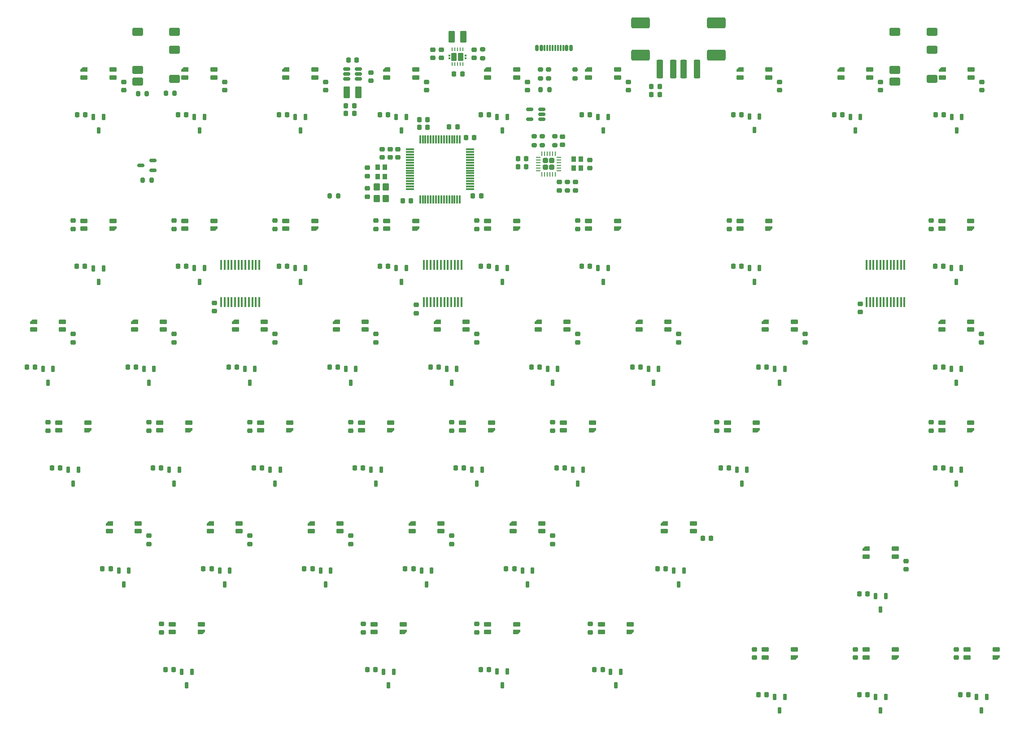
<source format=gbr>
%TF.GenerationSoftware,KiCad,Pcbnew,9.0.4*%
%TF.CreationDate,2025-09-14T11:33:08-05:00*%
%TF.ProjectId,shek-rounded,7368656b-2d72-46f7-956e-6465642e6b69,rev?*%
%TF.SameCoordinates,Original*%
%TF.FileFunction,Paste,Bot*%
%TF.FilePolarity,Positive*%
%FSLAX46Y46*%
G04 Gerber Fmt 4.6, Leading zero omitted, Abs format (unit mm)*
G04 Created by KiCad (PCBNEW 9.0.4) date 2025-09-14 11:33:08*
%MOMM*%
%LPD*%
G01*
G04 APERTURE LIST*
G04 Aperture macros list*
%AMRoundRect*
0 Rectangle with rounded corners*
0 $1 Rounding radius*
0 $2 $3 $4 $5 $6 $7 $8 $9 X,Y pos of 4 corners*
0 Add a 4 corners polygon primitive as box body*
4,1,4,$2,$3,$4,$5,$6,$7,$8,$9,$2,$3,0*
0 Add four circle primitives for the rounded corners*
1,1,$1+$1,$2,$3*
1,1,$1+$1,$4,$5*
1,1,$1+$1,$6,$7*
1,1,$1+$1,$8,$9*
0 Add four rect primitives between the rounded corners*
20,1,$1+$1,$2,$3,$4,$5,0*
20,1,$1+$1,$4,$5,$6,$7,0*
20,1,$1+$1,$6,$7,$8,$9,0*
20,1,$1+$1,$8,$9,$2,$3,0*%
%AMFreePoly0*
4,1,18,-0.410000,0.593000,-0.403758,0.624380,-0.385983,0.650983,-0.359380,0.668758,-0.328000,0.675000,0.328000,0.675000,0.359380,0.668758,0.385983,0.650983,0.403758,0.624380,0.410000,0.593000,0.410000,-0.593000,0.403758,-0.624380,0.385983,-0.650983,0.359380,-0.668758,0.328000,-0.675000,0.000000,-0.675000,-0.410000,-0.265000,-0.410000,0.593000,-0.410000,0.593000,$1*%
G04 Aperture macros list end*
%ADD10RoundRect,0.162500X0.162500X-0.447500X0.162500X0.447500X-0.162500X0.447500X-0.162500X-0.447500X0*%
%ADD11RoundRect,0.150000X-0.512500X-0.150000X0.512500X-0.150000X0.512500X0.150000X-0.512500X0.150000X0*%
%ADD12RoundRect,0.200000X0.275000X-0.200000X0.275000X0.200000X-0.275000X0.200000X-0.275000X-0.200000X0*%
%ADD13RoundRect,0.082000X-0.593000X0.328000X-0.593000X-0.328000X0.593000X-0.328000X0.593000X0.328000X0*%
%ADD14FreePoly0,270.000000*%
%ADD15RoundRect,0.082000X0.593000X-0.328000X0.593000X0.328000X-0.593000X0.328000X-0.593000X-0.328000X0*%
%ADD16FreePoly0,90.000000*%
%ADD17RoundRect,0.225000X0.250000X-0.225000X0.250000X0.225000X-0.250000X0.225000X-0.250000X-0.225000X0*%
%ADD18RoundRect,0.225000X-0.250000X0.225000X-0.250000X-0.225000X0.250000X-0.225000X0.250000X0.225000X0*%
%ADD19RoundRect,0.225000X0.225000X0.250000X-0.225000X0.250000X-0.225000X-0.250000X0.225000X-0.250000X0*%
%ADD20RoundRect,0.025000X-0.145000X0.100000X-0.145000X-0.100000X0.145000X-0.100000X0.145000X0.100000X0*%
%ADD21RoundRect,0.106000X-0.424000X0.644000X-0.424000X-0.644000X0.424000X-0.644000X0.424000X0.644000X0*%
%ADD22RoundRect,0.060000X-0.060000X0.240000X-0.060000X-0.240000X0.060000X-0.240000X0.060000X0.240000X0*%
%ADD23RoundRect,0.250000X-0.375000X-1.500000X0.375000X-1.500000X0.375000X1.500000X-0.375000X1.500000X0*%
%ADD24RoundRect,0.250000X-1.500000X-0.750000X1.500000X-0.750000X1.500000X0.750000X-1.500000X0.750000X0*%
%ADD25RoundRect,0.225000X-0.225000X-0.250000X0.225000X-0.250000X0.225000X0.250000X-0.225000X0.250000X0*%
%ADD26RoundRect,0.200000X-0.275000X0.200000X-0.275000X-0.200000X0.275000X-0.200000X0.275000X0.200000X0*%
%ADD27RoundRect,0.250000X0.255000X-0.255000X0.255000X0.255000X-0.255000X0.255000X-0.255000X-0.255000X0*%
%ADD28RoundRect,0.062500X0.062500X-0.375000X0.062500X0.375000X-0.062500X0.375000X-0.062500X-0.375000X0*%
%ADD29RoundRect,0.062500X0.375000X-0.062500X0.375000X0.062500X-0.375000X0.062500X-0.375000X-0.062500X0*%
%ADD30RoundRect,0.250000X-0.750000X-0.500000X0.750000X-0.500000X0.750000X0.500000X-0.750000X0.500000X0*%
%ADD31RoundRect,0.250000X0.350000X-0.450000X0.350000X0.450000X-0.350000X0.450000X-0.350000X-0.450000X0*%
%ADD32RoundRect,0.200000X-0.200000X-0.275000X0.200000X-0.275000X0.200000X0.275000X-0.200000X0.275000X0*%
%ADD33RoundRect,0.150000X0.512500X0.150000X-0.512500X0.150000X-0.512500X-0.150000X0.512500X-0.150000X0*%
%ADD34RoundRect,0.225000X0.225000X-0.325000X0.225000X0.325000X-0.225000X0.325000X-0.225000X-0.325000X0*%
%ADD35RoundRect,0.250000X-0.375000X-0.850000X0.375000X-0.850000X0.375000X0.850000X-0.375000X0.850000X0*%
%ADD36RoundRect,0.150000X-0.150000X-0.420000X0.150000X-0.420000X0.150000X0.420000X-0.150000X0.420000X0*%
%ADD37RoundRect,0.075000X-0.075000X-0.495000X0.075000X-0.495000X0.075000X0.495000X-0.075000X0.495000X0*%
%ADD38RoundRect,0.225000X-0.225000X0.325000X-0.225000X-0.325000X0.225000X-0.325000X0.225000X0.325000X0*%
%ADD39RoundRect,0.218750X0.256250X-0.218750X0.256250X0.218750X-0.256250X0.218750X-0.256250X-0.218750X0*%
%ADD40RoundRect,0.100000X-0.100000X0.850000X-0.100000X-0.850000X0.100000X-0.850000X0.100000X0.850000X0*%
%ADD41RoundRect,0.075000X-0.700000X-0.075000X0.700000X-0.075000X0.700000X0.075000X-0.700000X0.075000X0*%
%ADD42RoundRect,0.075000X-0.075000X-0.700000X0.075000X-0.700000X0.075000X0.700000X-0.075000X0.700000X0*%
%ADD43RoundRect,0.200000X0.200000X0.275000X-0.200000X0.275000X-0.200000X-0.275000X0.200000X-0.275000X0*%
%ADD44RoundRect,0.250000X0.375000X0.850000X-0.375000X0.850000X-0.375000X-0.850000X0.375000X-0.850000X0*%
G04 APERTURE END LIST*
D10*
%TO.C,U13*%
X375287500Y-70125000D03*
X377187500Y-70125000D03*
X376237500Y-72685000D03*
%TD*%
%TO.C,U10*%
X318137500Y-70125000D03*
X320037500Y-70125000D03*
X319087500Y-72685000D03*
%TD*%
%TO.C,U41*%
X420531250Y-136800000D03*
X422431250Y-136800000D03*
X421481250Y-139360000D03*
%TD*%
%TO.C,U33*%
X427675000Y-117750000D03*
X429575000Y-117750000D03*
X428625000Y-120310000D03*
%TD*%
%TO.C,U34*%
X461012500Y-117750000D03*
X462912500Y-117750000D03*
X461962500Y-120310000D03*
%TD*%
%TO.C,U11*%
X337187500Y-70125000D03*
X339087500Y-70125000D03*
X338137500Y-72685000D03*
%TD*%
%TO.C,U37*%
X332425000Y-136800000D03*
X334325000Y-136800000D03*
X333375000Y-139360000D03*
%TD*%
%TO.C,U53*%
X396718750Y-174950000D03*
X398618750Y-174950000D03*
X397668750Y-177460000D03*
%TD*%
%TO.C,U48*%
X408625000Y-155850000D03*
X410525000Y-155850000D03*
X409575000Y-158410000D03*
%TD*%
%TO.C,U44*%
X322900000Y-155850000D03*
X324800000Y-155850000D03*
X323850000Y-158410000D03*
%TD*%
%TO.C,U28*%
X327662500Y-117750000D03*
X329562500Y-117750000D03*
X328612500Y-120310000D03*
%TD*%
%TO.C,U47*%
X380050000Y-155850000D03*
X381950000Y-155850000D03*
X381000000Y-158410000D03*
%TD*%
%TO.C,U17*%
X461087500Y-70125000D03*
X462987500Y-70125000D03*
X462037500Y-72685000D03*
%TD*%
%TO.C,U42*%
X461012500Y-136800000D03*
X462912500Y-136800000D03*
X461962500Y-139360000D03*
%TD*%
%TO.C,U39*%
X370525000Y-136800000D03*
X372425000Y-136800000D03*
X371475000Y-139360000D03*
%TD*%
%TO.C,U23*%
X394337500Y-98700000D03*
X396237500Y-98700000D03*
X395287500Y-101260000D03*
%TD*%
%TO.C,U45*%
X341950000Y-155850000D03*
X343850000Y-155850000D03*
X342900000Y-158410000D03*
%TD*%
%TO.C,U12*%
X356237500Y-70125000D03*
X358137500Y-70125000D03*
X357187500Y-72685000D03*
%TD*%
%TO.C,U51*%
X353856250Y-174950000D03*
X355756250Y-174950000D03*
X354806250Y-177460000D03*
%TD*%
%TO.C,U15*%
X422912500Y-70062500D03*
X424812500Y-70062500D03*
X423862500Y-72622500D03*
%TD*%
%TO.C,U9*%
X299087500Y-70125000D03*
X300987500Y-70125000D03*
X300037500Y-72685000D03*
%TD*%
%TO.C,U16*%
X441962500Y-70125000D03*
X443862500Y-70125000D03*
X442912500Y-72685000D03*
%TD*%
%TO.C,U54*%
X427675000Y-179662500D03*
X429575000Y-179662500D03*
X428625000Y-182222500D03*
%TD*%
%TO.C,U25*%
X461012500Y-98700000D03*
X462912500Y-98700000D03*
X461962500Y-101260000D03*
%TD*%
%TO.C,U49*%
X446725000Y-160612500D03*
X448625000Y-160612500D03*
X447675000Y-163172500D03*
%TD*%
%TO.C,U32*%
X403862500Y-117750000D03*
X405762500Y-117750000D03*
X404812500Y-120310000D03*
%TD*%
%TO.C,U56*%
X465775000Y-179662500D03*
X467675000Y-179662500D03*
X466725000Y-182222500D03*
%TD*%
%TO.C,U38*%
X351475000Y-136800000D03*
X353375000Y-136800000D03*
X352425000Y-139360000D03*
%TD*%
%TO.C,U14*%
X394337500Y-70125000D03*
X396237500Y-70125000D03*
X395287500Y-72685000D03*
%TD*%
%TO.C,U24*%
X422912500Y-98700000D03*
X424812500Y-98700000D03*
X423862500Y-101260000D03*
%TD*%
%TO.C,U40*%
X389575000Y-136800000D03*
X391475000Y-136800000D03*
X390525000Y-139360000D03*
%TD*%
%TO.C,U26*%
X289562500Y-117750000D03*
X291462500Y-117750000D03*
X290512500Y-120310000D03*
%TD*%
%TO.C,U52*%
X375287500Y-174900000D03*
X377187500Y-174900000D03*
X376237500Y-177460000D03*
%TD*%
%TO.C,U43*%
X303850000Y-155850000D03*
X305750000Y-155850000D03*
X304800000Y-158410000D03*
%TD*%
%TO.C,U27*%
X308612500Y-117750000D03*
X310512500Y-117750000D03*
X309562500Y-120310000D03*
%TD*%
%TO.C,U18*%
X299087500Y-98762500D03*
X300987500Y-98762500D03*
X300037500Y-101322500D03*
%TD*%
%TO.C,U29*%
X346712500Y-117750000D03*
X348612500Y-117750000D03*
X347662500Y-120310000D03*
%TD*%
%TO.C,U22*%
X375287500Y-98700000D03*
X377187500Y-98700000D03*
X376237500Y-101260000D03*
%TD*%
%TO.C,U46*%
X361000000Y-155850000D03*
X362900000Y-155850000D03*
X361950000Y-158410000D03*
%TD*%
%TO.C,U19*%
X318137500Y-98700000D03*
X320037500Y-98700000D03*
X319087500Y-101260000D03*
%TD*%
%TO.C,U20*%
X337187500Y-98700000D03*
X339087500Y-98700000D03*
X338137500Y-101260000D03*
%TD*%
%TO.C,U21*%
X356237500Y-98700000D03*
X358137500Y-98700000D03*
X357187500Y-101260000D03*
%TD*%
%TO.C,U50*%
X315756250Y-174962500D03*
X317656250Y-174962500D03*
X316706250Y-177522500D03*
%TD*%
%TO.C,U31*%
X384812500Y-117750000D03*
X386712500Y-117750000D03*
X385762500Y-120310000D03*
%TD*%
%TO.C,U36*%
X313375000Y-136800000D03*
X315275000Y-136800000D03*
X314325000Y-139360000D03*
%TD*%
%TO.C,U30*%
X365762500Y-117750000D03*
X367662500Y-117750000D03*
X366712500Y-120310000D03*
%TD*%
%TO.C,U35*%
X294325000Y-136800000D03*
X296225000Y-136800000D03*
X295275000Y-139360000D03*
%TD*%
%TO.C,U55*%
X446725000Y-179662500D03*
X448625000Y-179662500D03*
X447675000Y-182222500D03*
%TD*%
D11*
%TO.C,U4*%
X346862500Y-62950000D03*
X346862500Y-62000000D03*
X346862500Y-61050000D03*
X349137500Y-61050000D03*
X349137500Y-62000000D03*
X349137500Y-62950000D03*
%TD*%
D12*
%TO.C,R8*%
X382300000Y-75425000D03*
X382300000Y-73775000D03*
%TD*%
D13*
%TO.C,LED21*%
X350387500Y-110287500D03*
X350387500Y-108787500D03*
X344937500Y-110287500D03*
D14*
X344937500Y-108787500D03*
%TD*%
D13*
%TO.C,LED3*%
X340862500Y-62662500D03*
X340862500Y-61162500D03*
X335412500Y-62662500D03*
D14*
X335412500Y-61162500D03*
%TD*%
D15*
%TO.C,LED17*%
X297312500Y-89737500D03*
X297312500Y-91237500D03*
X302762500Y-89737500D03*
D16*
X302762500Y-91237500D03*
%TD*%
D17*
%TO.C,C100*%
X390525000Y-112693750D03*
X390525000Y-111143750D03*
%TD*%
D18*
%TO.C,C11*%
X364746638Y-57425884D03*
X364746638Y-58975884D03*
%TD*%
D19*
%TO.C,C71*%
X314243750Y-174500000D03*
X312693750Y-174500000D03*
%TD*%
D17*
%TO.C,C81*%
X361950000Y-65068750D03*
X361950000Y-63518750D03*
%TD*%
D13*
%TO.C,LED37*%
X345625000Y-148387500D03*
X345625000Y-146887500D03*
X340175000Y-148387500D03*
D14*
X340175000Y-146887500D03*
%TD*%
D19*
%TO.C,C55*%
X378537500Y-155450000D03*
X376987500Y-155450000D03*
%TD*%
D17*
%TO.C,C96*%
X314325000Y-112693750D03*
X314325000Y-111143750D03*
%TD*%
D19*
%TO.C,C21*%
X362150000Y-70600000D03*
X360600000Y-70600000D03*
%TD*%
D13*
%TO.C,LED36*%
X326575000Y-148387500D03*
X326575000Y-146887500D03*
X321125000Y-148387500D03*
D14*
X321125000Y-146887500D03*
%TD*%
D19*
%TO.C,C38*%
X440450000Y-69725000D03*
X438900000Y-69725000D03*
%TD*%
D20*
%TO.C,U3*%
X369330000Y-58525000D03*
X366270000Y-58525000D03*
D21*
X368430000Y-58775000D03*
X367170000Y-58775000D03*
D20*
X369330000Y-59025000D03*
X366270000Y-59025000D03*
D22*
X366800000Y-57375000D03*
X367300000Y-57375000D03*
X367800000Y-57375000D03*
X368300000Y-57375000D03*
X368800000Y-57375000D03*
X368800000Y-60175000D03*
X368300000Y-60175000D03*
X367800000Y-60175000D03*
X367300000Y-60175000D03*
X366800000Y-60175000D03*
%TD*%
D19*
%TO.C,C48*%
X419018750Y-136400000D03*
X417468750Y-136400000D03*
%TD*%
D17*
%TO.C,C91*%
X352425000Y-91262500D03*
X352425000Y-89712500D03*
%TD*%
%TO.C,C89*%
X390525000Y-91262500D03*
X390525000Y-89712500D03*
%TD*%
%TO.C,C1*%
X392800000Y-79775000D03*
X392800000Y-78225000D03*
%TD*%
D19*
%TO.C,C44*%
X421400000Y-98300000D03*
X419850000Y-98300000D03*
%TD*%
D13*
%TO.C,LED41*%
X450400000Y-153150000D03*
X450400000Y-151650000D03*
X444950000Y-153150000D03*
D14*
X444950000Y-151650000D03*
%TD*%
D23*
%TO.C,J2*%
X406000000Y-61100000D03*
X408500000Y-61100000D03*
X410500000Y-61100000D03*
X413000000Y-61100000D03*
D24*
X402375000Y-58420000D03*
X416625000Y-58420000D03*
X402375000Y-52320000D03*
X416625000Y-52320000D03*
%TD*%
D19*
%TO.C,C36*%
X426162500Y-179262500D03*
X424612500Y-179262500D03*
%TD*%
%TO.C,C77*%
X321387500Y-155450000D03*
X319837500Y-155450000D03*
%TD*%
D18*
%TO.C,C28*%
X360000000Y-105625000D03*
X360000000Y-107175000D03*
%TD*%
D19*
%TO.C,C75*%
X330912500Y-136400000D03*
X329362500Y-136400000D03*
%TD*%
%TO.C,C63*%
X354725000Y-98300000D03*
X353175000Y-98300000D03*
%TD*%
%TO.C,C72*%
X340437500Y-155450000D03*
X338887500Y-155450000D03*
%TD*%
%TO.C,C54*%
X392825000Y-69725000D03*
X391275000Y-69725000D03*
%TD*%
D13*
%TO.C,LED23*%
X388487500Y-110287500D03*
X388487500Y-108787500D03*
X383037500Y-110287500D03*
D14*
X383037500Y-108787500D03*
%TD*%
D17*
%TO.C,C104*%
X290512500Y-129362500D03*
X290512500Y-127812500D03*
%TD*%
%TO.C,C87*%
X457200000Y-91262500D03*
X457200000Y-89712500D03*
%TD*%
D15*
%TO.C,LED46*%
X373512500Y-165937500D03*
X373512500Y-167437500D03*
X378962500Y-165937500D03*
D16*
X378962500Y-167437500D03*
%TD*%
D15*
%TO.C,LED10*%
X459237500Y-89737500D03*
X459237500Y-91237500D03*
X464687500Y-89737500D03*
D16*
X464687500Y-91237500D03*
%TD*%
D19*
%TO.C,C51*%
X383300000Y-117350000D03*
X381750000Y-117350000D03*
%TD*%
D15*
%TO.C,LED48*%
X313981250Y-165937500D03*
X313981250Y-167437500D03*
X319431250Y-165937500D03*
D16*
X319431250Y-167437500D03*
%TD*%
D15*
%TO.C,LED11*%
X421137500Y-89737500D03*
X421137500Y-91237500D03*
X426587500Y-89737500D03*
D16*
X426587500Y-91237500D03*
%TD*%
D18*
%TO.C,C27*%
X443800000Y-105425000D03*
X443800000Y-106975000D03*
%TD*%
D19*
%TO.C,C42*%
X388062500Y-136400000D03*
X386512500Y-136400000D03*
%TD*%
D13*
%TO.C,LED24*%
X407537500Y-110287500D03*
X407537500Y-108787500D03*
X402087500Y-110287500D03*
D14*
X402087500Y-108787500D03*
%TD*%
D19*
%TO.C,C31*%
X459500000Y-117350000D03*
X457950000Y-117350000D03*
%TD*%
D13*
%TO.C,LED18*%
X293237500Y-110287500D03*
X293237500Y-108787500D03*
X287787500Y-110287500D03*
D14*
X287787500Y-108787500D03*
%TD*%
D19*
%TO.C,C60*%
X335675000Y-69725000D03*
X334125000Y-69725000D03*
%TD*%
D12*
%TO.C,R9*%
X372546638Y-59025884D03*
X372546638Y-57375884D03*
%TD*%
D17*
%TO.C,C84*%
X428625000Y-65068750D03*
X428625000Y-63518750D03*
%TD*%
%TO.C,C109*%
X385762500Y-129362500D03*
X385762500Y-127812500D03*
%TD*%
D19*
%TO.C,C39*%
X421400000Y-69725000D03*
X419850000Y-69725000D03*
%TD*%
D13*
%TO.C,LED40*%
X412300000Y-148387500D03*
X412300000Y-146887500D03*
X406850000Y-148387500D03*
D14*
X406850000Y-146887500D03*
%TD*%
D13*
%TO.C,LED39*%
X383725000Y-148387500D03*
X383725000Y-146887500D03*
X378275000Y-148387500D03*
D14*
X378275000Y-146887500D03*
%TD*%
D17*
%TO.C,C22*%
X356575000Y-77775000D03*
X356575000Y-76225000D03*
%TD*%
D15*
%TO.C,LED27*%
X459237500Y-127837500D03*
X459237500Y-129337500D03*
X464687500Y-127837500D03*
D16*
X464687500Y-129337500D03*
%TD*%
D19*
%TO.C,C50*%
X359487500Y-155450000D03*
X357937500Y-155450000D03*
%TD*%
D18*
%TO.C,C9*%
X370946638Y-57425884D03*
X370946638Y-58975884D03*
%TD*%
D25*
%TO.C,C15*%
X346745000Y-67970000D03*
X348295000Y-67970000D03*
%TD*%
D18*
%TO.C,C26*%
X350800000Y-83625000D03*
X350800000Y-85175000D03*
%TD*%
D13*
%TO.C,LED2*%
X321812500Y-62662500D03*
X321812500Y-61162500D03*
X316362500Y-62662500D03*
D14*
X316362500Y-61162500D03*
%TD*%
D26*
%TO.C,R6*%
X386150000Y-73775000D03*
X386150000Y-75425000D03*
%TD*%
D17*
%TO.C,C97*%
X333375000Y-112693750D03*
X333375000Y-111143750D03*
%TD*%
%TO.C,C80*%
X342900000Y-65068750D03*
X342900000Y-63518750D03*
%TD*%
D15*
%TO.C,LED43*%
X444950000Y-170700000D03*
X444950000Y-172200000D03*
X450400000Y-170700000D03*
D16*
X450400000Y-172200000D03*
%TD*%
D19*
%TO.C,C43*%
X402350000Y-117350000D03*
X400800000Y-117350000D03*
%TD*%
D27*
%TO.C,U1*%
X384375000Y-79625000D03*
X385625000Y-79625000D03*
X384375000Y-78375000D03*
X385625000Y-78375000D03*
D28*
X386250000Y-80937500D03*
X385750000Y-80937500D03*
X385250000Y-80937500D03*
X384750000Y-80937500D03*
X384250000Y-80937500D03*
X383750000Y-80937500D03*
D29*
X383062500Y-80250000D03*
X383062500Y-79750000D03*
X383062500Y-79250000D03*
X383062500Y-78750000D03*
X383062500Y-78250000D03*
X383062500Y-77750000D03*
D28*
X383750000Y-77062500D03*
X384250000Y-77062500D03*
X384750000Y-77062500D03*
X385250000Y-77062500D03*
X385750000Y-77062500D03*
X386250000Y-77062500D03*
D29*
X386937500Y-77750000D03*
X386937500Y-78250000D03*
X386937500Y-78750000D03*
X386937500Y-79250000D03*
X386937500Y-79750000D03*
X386937500Y-80250000D03*
%TD*%
D19*
%TO.C,C66*%
X292812500Y-136400000D03*
X291262500Y-136400000D03*
%TD*%
D17*
%TO.C,C79*%
X323850000Y-65068750D03*
X323850000Y-63518750D03*
%TD*%
D19*
%TO.C,C59*%
X297450000Y-98300000D03*
X295900000Y-98300000D03*
%TD*%
D17*
%TO.C,C112*%
X309562500Y-150793750D03*
X309562500Y-149243750D03*
%TD*%
D26*
%TO.C,R1*%
X383500000Y-61175000D03*
X383500000Y-62825000D03*
%TD*%
D13*
%TO.C,LED6*%
X398012500Y-62662500D03*
X398012500Y-61162500D03*
X392562500Y-62662500D03*
D14*
X392562500Y-61162500D03*
%TD*%
D19*
%TO.C,C74*%
X345200000Y-117350000D03*
X343650000Y-117350000D03*
%TD*%
D15*
%TO.C,LED14*%
X354462500Y-89737500D03*
X354462500Y-91237500D03*
X359912500Y-89737500D03*
D16*
X359912500Y-91237500D03*
%TD*%
D15*
%TO.C,LED45*%
X394943750Y-165937500D03*
X394943750Y-167437500D03*
X400393750Y-165937500D03*
D16*
X400393750Y-167437500D03*
%TD*%
D17*
%TO.C,C120*%
X350043750Y-167462500D03*
X350043750Y-165912500D03*
%TD*%
D30*
%TO.C,J5*%
X457350000Y-54000000D03*
X450350000Y-54000000D03*
X457350000Y-57400000D03*
X450350000Y-61200000D03*
X450350000Y-63400000D03*
X457350000Y-62900000D03*
%TD*%
D15*
%TO.C,LED31*%
X349700000Y-127837500D03*
X349700000Y-129337500D03*
X355150000Y-127837500D03*
D16*
X355150000Y-129337500D03*
%TD*%
D31*
%TO.C,Y3*%
X352550000Y-85500000D03*
X352550000Y-83300000D03*
X354250000Y-83300000D03*
X354250000Y-85500000D03*
%TD*%
D19*
%TO.C,C32*%
X459500000Y-136400000D03*
X457950000Y-136400000D03*
%TD*%
D32*
%TO.C,R10*%
X343675000Y-85000000D03*
X345325000Y-85000000D03*
%TD*%
D18*
%TO.C,C10*%
X363146638Y-57425884D03*
X363146638Y-58975884D03*
%TD*%
D33*
%TO.C,Q1*%
X310337500Y-78337500D03*
X310337500Y-80237500D03*
X308062500Y-79287500D03*
%TD*%
D17*
%TO.C,C119*%
X311943750Y-167462500D03*
X311943750Y-165912500D03*
%TD*%
%TO.C,C83*%
X400050000Y-65068750D03*
X400050000Y-63518750D03*
%TD*%
%TO.C,C121*%
X371475000Y-167462500D03*
X371475000Y-165912500D03*
%TD*%
D34*
%TO.C,Y2*%
X352750000Y-81350000D03*
X352750000Y-79650000D03*
X354050000Y-79650000D03*
X354050000Y-81350000D03*
%TD*%
D35*
%TO.C,L1*%
X366725000Y-55000000D03*
X368875000Y-55000000D03*
%TD*%
D17*
%TO.C,C102*%
X433387500Y-112693750D03*
X433387500Y-111143750D03*
%TD*%
D26*
%TO.C,R5*%
X388550000Y-82385000D03*
X388550000Y-84035000D03*
%TD*%
D13*
%TO.C,LED8*%
X445637500Y-62662500D03*
X445637500Y-61162500D03*
X440187500Y-62662500D03*
D14*
X440187500Y-61162500D03*
%TD*%
D19*
%TO.C,C73*%
X326150000Y-117350000D03*
X324600000Y-117350000D03*
%TD*%
D13*
%TO.C,LED26*%
X464687500Y-110287500D03*
X464687500Y-108787500D03*
X459237500Y-110287500D03*
D14*
X459237500Y-108787500D03*
%TD*%
D13*
%TO.C,LED35*%
X307525000Y-148387500D03*
X307525000Y-146887500D03*
X302075000Y-148387500D03*
D14*
X302075000Y-146887500D03*
%TD*%
D17*
%TO.C,C125*%
X461962500Y-172225000D03*
X461962500Y-170675000D03*
%TD*%
D15*
%TO.C,LED12*%
X392562500Y-89737500D03*
X392562500Y-91237500D03*
X398012500Y-89737500D03*
D16*
X398012500Y-91237500D03*
%TD*%
D17*
%TO.C,C124*%
X442912500Y-172225000D03*
X442912500Y-170675000D03*
%TD*%
D26*
%TO.C,R4*%
X390000000Y-61175000D03*
X390000000Y-62825000D03*
%TD*%
D32*
%TO.C,R12*%
X307525000Y-65700000D03*
X309175000Y-65700000D03*
%TD*%
D19*
%TO.C,C41*%
X373775000Y-174500000D03*
X372225000Y-174500000D03*
%TD*%
D15*
%TO.C,LED29*%
X387800000Y-127837500D03*
X387800000Y-129337500D03*
X393250000Y-127837500D03*
D16*
X393250000Y-129337500D03*
%TD*%
D13*
%TO.C,LED19*%
X312287500Y-110287500D03*
X312287500Y-108787500D03*
X306837500Y-110287500D03*
D14*
X306837500Y-108787500D03*
%TD*%
D17*
%TO.C,C116*%
X385762500Y-150793750D03*
X385762500Y-149243750D03*
%TD*%
D15*
%TO.C,LED34*%
X292550000Y-127837500D03*
X292550000Y-129337500D03*
X298000000Y-127837500D03*
D16*
X298000000Y-129337500D03*
%TD*%
D19*
%TO.C,C5*%
X380775000Y-79500000D03*
X379225000Y-79500000D03*
%TD*%
%TO.C,C33*%
X464262500Y-179262500D03*
X462712500Y-179262500D03*
%TD*%
D13*
%TO.C,LED5*%
X378962500Y-62662500D03*
X378962500Y-61162500D03*
X373512500Y-62662500D03*
D14*
X373512500Y-61162500D03*
%TD*%
D36*
%TO.C,J1*%
X382812824Y-57050000D03*
X383612824Y-57050000D03*
D37*
X384762824Y-57050000D03*
X385762824Y-57050000D03*
X386262824Y-57050000D03*
X387262824Y-57050000D03*
D36*
X389212824Y-57050000D03*
X388412824Y-57050000D03*
D37*
X387762824Y-57050000D03*
X386762824Y-57050000D03*
X385262824Y-57050000D03*
X384262824Y-57050000D03*
%TD*%
D38*
%TO.C,Y1*%
X391050000Y-78100000D03*
X391050000Y-79800000D03*
X389750000Y-79800000D03*
X389750000Y-78100000D03*
%TD*%
D17*
%TO.C,C122*%
X392906250Y-167462500D03*
X392906250Y-165912500D03*
%TD*%
D19*
%TO.C,C117*%
X415665000Y-149730000D03*
X414115000Y-149730000D03*
%TD*%
%TO.C,C35*%
X445212500Y-160212500D03*
X443662500Y-160212500D03*
%TD*%
%TO.C,C53*%
X373775000Y-98290000D03*
X372225000Y-98290000D03*
%TD*%
D18*
%TO.C,C3*%
X390050000Y-82435000D03*
X390050000Y-83985000D03*
%TD*%
D19*
%TO.C,C46*%
X395206250Y-174500000D03*
X393656250Y-174500000D03*
%TD*%
D25*
%TO.C,C16*%
X347225000Y-59400000D03*
X348775000Y-59400000D03*
%TD*%
D13*
%TO.C,LED9*%
X464762500Y-62662500D03*
X464762500Y-61162500D03*
X459312500Y-62662500D03*
D14*
X459312500Y-61162500D03*
%TD*%
D39*
%TO.C,FB1*%
X353575001Y-77787500D03*
X353575001Y-76212500D03*
%TD*%
D33*
%TO.C,U2*%
X383707500Y-68670000D03*
X383707500Y-69620000D03*
X383707500Y-70570000D03*
X381432500Y-70570000D03*
X381432500Y-68670000D03*
%TD*%
D40*
%TO.C,U7*%
X361425000Y-98100000D03*
X362075000Y-98100000D03*
X362725000Y-98100000D03*
X363375000Y-98100000D03*
X364025000Y-98100000D03*
X364675000Y-98100000D03*
X365325000Y-98100000D03*
X365975000Y-98100000D03*
X366625000Y-98100000D03*
X367275000Y-98100000D03*
X367925000Y-98100000D03*
X368575000Y-98100000D03*
X368575000Y-105100000D03*
X367925000Y-105100000D03*
X367275000Y-105100000D03*
X366625000Y-105100000D03*
X365975000Y-105100000D03*
X365325000Y-105100000D03*
X364675000Y-105100000D03*
X364025000Y-105100000D03*
X363375000Y-105100000D03*
X362725000Y-105100000D03*
X362075000Y-105100000D03*
X361425000Y-105100000D03*
%TD*%
D12*
%TO.C,R7*%
X383800000Y-75425000D03*
X383800000Y-73775000D03*
%TD*%
D17*
%TO.C,C4*%
X387650000Y-75375000D03*
X387650000Y-73825000D03*
%TD*%
%TO.C,C103*%
X466725000Y-112693750D03*
X466725000Y-111143750D03*
%TD*%
D13*
%TO.C,LED22*%
X369437500Y-110287500D03*
X369437500Y-108787500D03*
X363987500Y-110287500D03*
D14*
X363987500Y-108787500D03*
%TD*%
D17*
%TO.C,C86*%
X466800000Y-65068750D03*
X466800000Y-63518750D03*
%TD*%
D19*
%TO.C,C76*%
X288050000Y-117350000D03*
X286500000Y-117350000D03*
%TD*%
D25*
%TO.C,C17*%
X369425000Y-74000000D03*
X370975000Y-74000000D03*
%TD*%
D18*
%TO.C,C2*%
X387050000Y-82435000D03*
X387050000Y-83985000D03*
%TD*%
D13*
%TO.C,LED38*%
X364675000Y-148387500D03*
X364675000Y-146887500D03*
X359225000Y-148387500D03*
D14*
X359225000Y-146887500D03*
%TD*%
D18*
%TO.C,C13*%
X351500000Y-61725000D03*
X351500000Y-63275000D03*
%TD*%
D41*
%TO.C,U5*%
X358825000Y-83750000D03*
X358825000Y-83250000D03*
X358825000Y-82750000D03*
X358825000Y-82250000D03*
X358825000Y-81750000D03*
X358825000Y-81250000D03*
X358825000Y-80750000D03*
X358825000Y-80250000D03*
X358825000Y-79750000D03*
X358825000Y-79250000D03*
X358825000Y-78750000D03*
X358825000Y-78250000D03*
X358825000Y-77750000D03*
X358825000Y-77250000D03*
X358825000Y-76750000D03*
X358825000Y-76250000D03*
D42*
X360750000Y-74325000D03*
X361250000Y-74325000D03*
X361750000Y-74325000D03*
X362250000Y-74325000D03*
X362750000Y-74325000D03*
X363250000Y-74325000D03*
X363750000Y-74325000D03*
X364250000Y-74325000D03*
X364750000Y-74325000D03*
X365250000Y-74325000D03*
X365750000Y-74325000D03*
X366250000Y-74325000D03*
X366750000Y-74325000D03*
X367250000Y-74325000D03*
X367750000Y-74325000D03*
X368250000Y-74325000D03*
D41*
X370175000Y-76250000D03*
X370175000Y-76750000D03*
X370175000Y-77250000D03*
X370175000Y-77750000D03*
X370175000Y-78250000D03*
X370175000Y-78750000D03*
X370175000Y-79250000D03*
X370175000Y-79750000D03*
X370175000Y-80250000D03*
X370175000Y-80750000D03*
X370175000Y-81250000D03*
X370175000Y-81750000D03*
X370175000Y-82250000D03*
X370175000Y-82750000D03*
X370175000Y-83250000D03*
X370175000Y-83750000D03*
D42*
X368250000Y-85675000D03*
X367750000Y-85675000D03*
X367250000Y-85675000D03*
X366750000Y-85675000D03*
X366250000Y-85675000D03*
X365750000Y-85675000D03*
X365250000Y-85675000D03*
X364750000Y-85675000D03*
X364250000Y-85675000D03*
X363750000Y-85675000D03*
X363250000Y-85675000D03*
X362750000Y-85675000D03*
X362250000Y-85675000D03*
X361750000Y-85675000D03*
X361250000Y-85675000D03*
X360750000Y-85675000D03*
%TD*%
D19*
%TO.C,C34*%
X445212500Y-179262500D03*
X443662500Y-179262500D03*
%TD*%
%TO.C,C57*%
X373775000Y-69725000D03*
X372225000Y-69725000D03*
%TD*%
D17*
%TO.C,C92*%
X333375000Y-91262500D03*
X333375000Y-89712500D03*
%TD*%
D19*
%TO.C,C40*%
X352343750Y-174500000D03*
X350793750Y-174500000D03*
%TD*%
D40*
%TO.C,U6*%
X445025000Y-98100000D03*
X445675000Y-98100000D03*
X446325000Y-98100000D03*
X446975000Y-98100000D03*
X447625000Y-98100000D03*
X448275000Y-98100000D03*
X448925000Y-98100000D03*
X449575000Y-98100000D03*
X450225000Y-98100000D03*
X450875000Y-98100000D03*
X451525000Y-98100000D03*
X452175000Y-98100000D03*
X452175000Y-105100000D03*
X451525000Y-105100000D03*
X450875000Y-105100000D03*
X450225000Y-105100000D03*
X449575000Y-105100000D03*
X448925000Y-105100000D03*
X448275000Y-105100000D03*
X447625000Y-105100000D03*
X446975000Y-105100000D03*
X446325000Y-105100000D03*
X445675000Y-105100000D03*
X445025000Y-105100000D03*
%TD*%
D19*
%TO.C,C19*%
X359000000Y-86000000D03*
X357450000Y-86000000D03*
%TD*%
D17*
%TO.C,C115*%
X366712500Y-150793750D03*
X366712500Y-149243750D03*
%TD*%
D19*
%TO.C,C64*%
X335675000Y-98300000D03*
X334125000Y-98300000D03*
%TD*%
D15*
%TO.C,LED32*%
X330650000Y-127837500D03*
X330650000Y-129337500D03*
X336100000Y-127837500D03*
D16*
X336100000Y-129337500D03*
%TD*%
D19*
%TO.C,C49*%
X369012500Y-136400000D03*
X367462500Y-136400000D03*
%TD*%
D15*
%TO.C,LED15*%
X335412500Y-89737500D03*
X335412500Y-91237500D03*
X340862500Y-89737500D03*
D16*
X340862500Y-91237500D03*
%TD*%
D17*
%TO.C,C90*%
X371475000Y-91262500D03*
X371475000Y-89712500D03*
%TD*%
%TO.C,C118*%
X452437500Y-155556250D03*
X452437500Y-154006250D03*
%TD*%
D19*
%TO.C,C6*%
X380775000Y-78000000D03*
X379225000Y-78000000D03*
%TD*%
D25*
%TO.C,C20*%
X370725000Y-85000001D03*
X372275000Y-85000001D03*
%TD*%
D13*
%TO.C,LED25*%
X431350000Y-110287500D03*
X431350000Y-108787500D03*
X425900000Y-110287500D03*
D14*
X425900000Y-108787500D03*
%TD*%
D19*
%TO.C,C62*%
X354725000Y-69725000D03*
X353175000Y-69725000D03*
%TD*%
D30*
%TO.C,J3*%
X314400000Y-54025000D03*
X307400000Y-54025000D03*
X314400000Y-57425000D03*
X307400000Y-61225000D03*
X307400000Y-63425000D03*
X314400000Y-62925000D03*
%TD*%
D19*
%TO.C,C65*%
X307100000Y-117350000D03*
X305550000Y-117350000D03*
%TD*%
%TO.C,C67*%
X311862500Y-136400000D03*
X310312500Y-136400000D03*
%TD*%
D25*
%TO.C,C14*%
X346745000Y-69470000D03*
X348295000Y-69470000D03*
%TD*%
D17*
%TO.C,C113*%
X328612500Y-150793750D03*
X328612500Y-149243750D03*
%TD*%
D19*
%TO.C,C7*%
X405950000Y-64400000D03*
X404400000Y-64400000D03*
%TD*%
%TO.C,C68*%
X349962500Y-136400000D03*
X348412500Y-136400000D03*
%TD*%
%TO.C,C61*%
X316625000Y-69725000D03*
X315075000Y-69725000D03*
%TD*%
%TO.C,C30*%
X459575000Y-69725000D03*
X458025000Y-69725000D03*
%TD*%
%TO.C,C58*%
X316625000Y-98300000D03*
X315075000Y-98300000D03*
%TD*%
%TO.C,C56*%
X297575000Y-69725000D03*
X296025000Y-69725000D03*
%TD*%
D13*
%TO.C,LED1*%
X302762500Y-62662500D03*
X302762500Y-61162500D03*
X297312500Y-62662500D03*
D14*
X297312500Y-61162500D03*
%TD*%
D13*
%TO.C,LED20*%
X331337500Y-110287500D03*
X331337500Y-108787500D03*
X325887500Y-110287500D03*
D14*
X325887500Y-108787500D03*
%TD*%
D17*
%TO.C,C82*%
X381000000Y-65068750D03*
X381000000Y-63518750D03*
%TD*%
D19*
%TO.C,C12*%
X368721638Y-62000884D03*
X367171638Y-62000884D03*
%TD*%
D17*
%TO.C,C78*%
X304800000Y-65068750D03*
X304800000Y-63518750D03*
%TD*%
%TO.C,C85*%
X447675000Y-65068750D03*
X447675000Y-63518750D03*
%TD*%
%TO.C,C23*%
X355075001Y-77775000D03*
X355075001Y-76225000D03*
%TD*%
%TO.C,C88*%
X419100000Y-91262500D03*
X419100000Y-89712500D03*
%TD*%
D43*
%TO.C,R2*%
X385125000Y-65000000D03*
X383475000Y-65000000D03*
%TD*%
D17*
%TO.C,C95*%
X295275000Y-112693750D03*
X295275000Y-111143750D03*
%TD*%
%TO.C,C114*%
X347662500Y-150793750D03*
X347662500Y-149243750D03*
%TD*%
%TO.C,C110*%
X416718750Y-129362500D03*
X416718750Y-127812500D03*
%TD*%
D19*
%TO.C,C45*%
X426162500Y-117350000D03*
X424612500Y-117350000D03*
%TD*%
D26*
%TO.C,R3*%
X385000000Y-61175000D03*
X385000000Y-62825000D03*
%TD*%
D17*
%TO.C,C105*%
X309562500Y-129362500D03*
X309562500Y-127812500D03*
%TD*%
D19*
%TO.C,C70*%
X459500000Y-98300000D03*
X457950000Y-98300000D03*
%TD*%
%TO.C,C18*%
X362150000Y-72100000D03*
X360600000Y-72100000D03*
%TD*%
D13*
%TO.C,LED4*%
X359912500Y-62662500D03*
X359912500Y-61162500D03*
X354462500Y-62662500D03*
D14*
X354462500Y-61162500D03*
%TD*%
D15*
%TO.C,LED28*%
X418756250Y-127837500D03*
X418756250Y-129337500D03*
X424206250Y-127837500D03*
D16*
X424206250Y-129337500D03*
%TD*%
D17*
%TO.C,C101*%
X409575000Y-112693750D03*
X409575000Y-111143750D03*
%TD*%
%TO.C,C99*%
X371475000Y-112693750D03*
X371475000Y-111143750D03*
%TD*%
D15*
%TO.C,LED42*%
X464000000Y-170700000D03*
X464000000Y-172200000D03*
X469450000Y-170700000D03*
D16*
X469450000Y-172200000D03*
%TD*%
D15*
%TO.C,LED47*%
X352081250Y-165937500D03*
X352081250Y-167437500D03*
X357531250Y-165937500D03*
D16*
X357531250Y-167437500D03*
%TD*%
D44*
%TO.C,L2*%
X349055000Y-65510000D03*
X346905000Y-65510000D03*
%TD*%
D17*
%TO.C,C107*%
X347662500Y-129362500D03*
X347662500Y-127812500D03*
%TD*%
D15*
%TO.C,LED16*%
X316362500Y-89737500D03*
X316362500Y-91237500D03*
X321812500Y-89737500D03*
D16*
X321812500Y-91237500D03*
%TD*%
D15*
%TO.C,LED13*%
X373512500Y-89737500D03*
X373512500Y-91237500D03*
X378962500Y-89737500D03*
D16*
X378962500Y-91237500D03*
%TD*%
D32*
%TO.C,R13*%
X308375000Y-82087500D03*
X310025000Y-82087500D03*
%TD*%
D17*
%TO.C,C111*%
X457200000Y-129362500D03*
X457200000Y-127812500D03*
%TD*%
%TO.C,C94*%
X314325512Y-91262652D03*
X314325512Y-89712652D03*
%TD*%
D19*
%TO.C,C37*%
X407112500Y-155450000D03*
X405562500Y-155450000D03*
%TD*%
D43*
%TO.C,R11*%
X314425000Y-65650000D03*
X312775000Y-65650000D03*
%TD*%
D15*
%TO.C,LED44*%
X425900000Y-170700000D03*
X425900000Y-172200000D03*
X431350000Y-170700000D03*
D16*
X431350000Y-172200000D03*
%TD*%
D17*
%TO.C,C106*%
X328612500Y-129362500D03*
X328612500Y-127812500D03*
%TD*%
D19*
%TO.C,C69*%
X302337500Y-155450000D03*
X300787500Y-155450000D03*
%TD*%
D40*
%TO.C,U8*%
X323225000Y-98100000D03*
X323875000Y-98100000D03*
X324525000Y-98100000D03*
X325175000Y-98100000D03*
X325825000Y-98100000D03*
X326475000Y-98100000D03*
X327125000Y-98100000D03*
X327775000Y-98100000D03*
X328425000Y-98100000D03*
X329075000Y-98100000D03*
X329725000Y-98100000D03*
X330375000Y-98100000D03*
X330375000Y-105100000D03*
X329725000Y-105100000D03*
X329075000Y-105100000D03*
X328425000Y-105100000D03*
X327775000Y-105100000D03*
X327125000Y-105100000D03*
X326475000Y-105100000D03*
X325825000Y-105100000D03*
X325175000Y-105100000D03*
X324525000Y-105100000D03*
X323875000Y-105100000D03*
X323225000Y-105100000D03*
%TD*%
D13*
%TO.C,LED7*%
X426587500Y-62662500D03*
X426587500Y-61162500D03*
X421137500Y-62662500D03*
D14*
X421137500Y-61162500D03*
%TD*%
D25*
%TO.C,C25*%
X366225000Y-72000000D03*
X367775000Y-72000000D03*
%TD*%
D15*
%TO.C,LED30*%
X368750000Y-127837500D03*
X368750000Y-129337500D03*
X374200000Y-127837500D03*
D16*
X374200000Y-129337500D03*
%TD*%
D17*
%TO.C,C108*%
X366712500Y-129362500D03*
X366712500Y-127812500D03*
%TD*%
D19*
%TO.C,C47*%
X392825000Y-98300000D03*
X391275000Y-98300000D03*
%TD*%
D17*
%TO.C,C93*%
X295275512Y-91262652D03*
X295275512Y-89712652D03*
%TD*%
D19*
%TO.C,C52*%
X364250000Y-117350000D03*
X362700000Y-117350000D03*
%TD*%
D15*
%TO.C,LED33*%
X311600000Y-127837500D03*
X311600000Y-129337500D03*
X317050000Y-127837500D03*
D16*
X317050000Y-129337500D03*
%TD*%
D17*
%TO.C,C123*%
X423862500Y-172225000D03*
X423862500Y-170675000D03*
%TD*%
D19*
%TO.C,C8*%
X405950000Y-65900000D03*
X404400000Y-65900000D03*
%TD*%
D18*
%TO.C,C24*%
X350800000Y-79725000D03*
X350800000Y-81275000D03*
%TD*%
D17*
%TO.C,C98*%
X352425000Y-112693750D03*
X352425000Y-111143750D03*
%TD*%
D18*
%TO.C,C29*%
X321900000Y-105225000D03*
X321900000Y-106775000D03*
%TD*%
M02*

</source>
